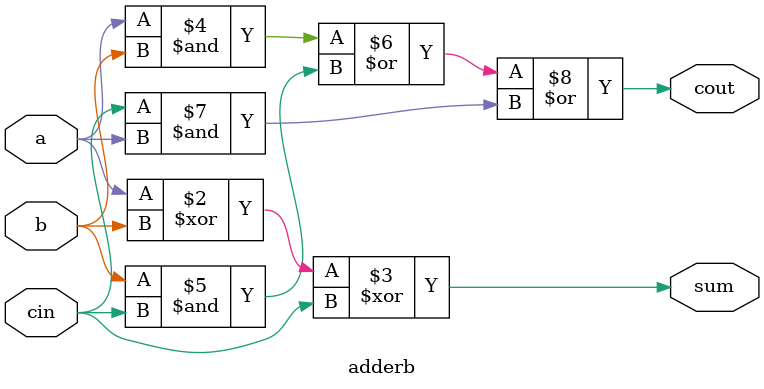
<source format=v>
`timescale 1ns / 1ps
module adderb(a,b,cin,sum,cout);
    input a,b,cin;
    output reg sum,cout;
    always @ (a,b,cin)
	 begin
	 sum=a^b^cin;
	 cout=(a&b)|(b&cin)|(cin&a);
	 end


endmodule

</source>
